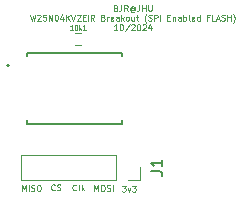
<source format=gbr>
%TF.GenerationSoftware,KiCad,Pcbnew,7.0.8*%
%TF.CreationDate,2024-10-08T21:21:09-04:00*%
%TF.ProjectId,SPIBreakout,53504942-7265-4616-9b6f-75742e6b6963,rev?*%
%TF.SameCoordinates,Original*%
%TF.FileFunction,Legend,Top*%
%TF.FilePolarity,Positive*%
%FSLAX46Y46*%
G04 Gerber Fmt 4.6, Leading zero omitted, Abs format (unit mm)*
G04 Created by KiCad (PCBNEW 7.0.8) date 2024-10-08 21:21:09*
%MOMM*%
%LPD*%
G01*
G04 APERTURE LIST*
%ADD10C,0.125000*%
%ADD11C,0.150000*%
%ADD12C,0.050000*%
%ADD13C,0.120000*%
%ADD14C,0.127000*%
%ADD15C,0.200000*%
G04 APERTURE END LIST*
D10*
X113611283Y-69472309D02*
X113611283Y-68972309D01*
X113611283Y-68972309D02*
X113777950Y-69329452D01*
X113777950Y-69329452D02*
X113944616Y-68972309D01*
X113944616Y-68972309D02*
X113944616Y-69472309D01*
X114182712Y-69472309D02*
X114182712Y-68972309D01*
X114396998Y-69448500D02*
X114468426Y-69472309D01*
X114468426Y-69472309D02*
X114587474Y-69472309D01*
X114587474Y-69472309D02*
X114635093Y-69448500D01*
X114635093Y-69448500D02*
X114658902Y-69424690D01*
X114658902Y-69424690D02*
X114682712Y-69377071D01*
X114682712Y-69377071D02*
X114682712Y-69329452D01*
X114682712Y-69329452D02*
X114658902Y-69281833D01*
X114658902Y-69281833D02*
X114635093Y-69258023D01*
X114635093Y-69258023D02*
X114587474Y-69234214D01*
X114587474Y-69234214D02*
X114492236Y-69210404D01*
X114492236Y-69210404D02*
X114444617Y-69186595D01*
X114444617Y-69186595D02*
X114420807Y-69162785D01*
X114420807Y-69162785D02*
X114396998Y-69115166D01*
X114396998Y-69115166D02*
X114396998Y-69067547D01*
X114396998Y-69067547D02*
X114420807Y-69019928D01*
X114420807Y-69019928D02*
X114444617Y-68996119D01*
X114444617Y-68996119D02*
X114492236Y-68972309D01*
X114492236Y-68972309D02*
X114611283Y-68972309D01*
X114611283Y-68972309D02*
X114682712Y-68996119D01*
X114992235Y-68972309D02*
X115087473Y-68972309D01*
X115087473Y-68972309D02*
X115135092Y-68996119D01*
X115135092Y-68996119D02*
X115182711Y-69043738D01*
X115182711Y-69043738D02*
X115206521Y-69138976D01*
X115206521Y-69138976D02*
X115206521Y-69305642D01*
X115206521Y-69305642D02*
X115182711Y-69400880D01*
X115182711Y-69400880D02*
X115135092Y-69448500D01*
X115135092Y-69448500D02*
X115087473Y-69472309D01*
X115087473Y-69472309D02*
X114992235Y-69472309D01*
X114992235Y-69472309D02*
X114944616Y-69448500D01*
X114944616Y-69448500D02*
X114896997Y-69400880D01*
X114896997Y-69400880D02*
X114873188Y-69305642D01*
X114873188Y-69305642D02*
X114873188Y-69138976D01*
X114873188Y-69138976D02*
X114896997Y-69043738D01*
X114896997Y-69043738D02*
X114944616Y-68996119D01*
X114944616Y-68996119D02*
X114992235Y-68972309D01*
X118206997Y-69394690D02*
X118183188Y-69418500D01*
X118183188Y-69418500D02*
X118111759Y-69442309D01*
X118111759Y-69442309D02*
X118064140Y-69442309D01*
X118064140Y-69442309D02*
X117992712Y-69418500D01*
X117992712Y-69418500D02*
X117945093Y-69370880D01*
X117945093Y-69370880D02*
X117921283Y-69323261D01*
X117921283Y-69323261D02*
X117897474Y-69228023D01*
X117897474Y-69228023D02*
X117897474Y-69156595D01*
X117897474Y-69156595D02*
X117921283Y-69061357D01*
X117921283Y-69061357D02*
X117945093Y-69013738D01*
X117945093Y-69013738D02*
X117992712Y-68966119D01*
X117992712Y-68966119D02*
X118064140Y-68942309D01*
X118064140Y-68942309D02*
X118111759Y-68942309D01*
X118111759Y-68942309D02*
X118183188Y-68966119D01*
X118183188Y-68966119D02*
X118206997Y-68989928D01*
X118492712Y-69442309D02*
X118445093Y-69418500D01*
X118445093Y-69418500D02*
X118421283Y-69370880D01*
X118421283Y-69370880D02*
X118421283Y-68942309D01*
X118683188Y-69442309D02*
X118683188Y-68942309D01*
X118730807Y-69251833D02*
X118873664Y-69442309D01*
X118873664Y-69108976D02*
X118683188Y-69299452D01*
X119731283Y-69472309D02*
X119731283Y-68972309D01*
X119731283Y-68972309D02*
X119897950Y-69329452D01*
X119897950Y-69329452D02*
X120064616Y-68972309D01*
X120064616Y-68972309D02*
X120064616Y-69472309D01*
X120397950Y-68972309D02*
X120493188Y-68972309D01*
X120493188Y-68972309D02*
X120540807Y-68996119D01*
X120540807Y-68996119D02*
X120588426Y-69043738D01*
X120588426Y-69043738D02*
X120612236Y-69138976D01*
X120612236Y-69138976D02*
X120612236Y-69305642D01*
X120612236Y-69305642D02*
X120588426Y-69400880D01*
X120588426Y-69400880D02*
X120540807Y-69448500D01*
X120540807Y-69448500D02*
X120493188Y-69472309D01*
X120493188Y-69472309D02*
X120397950Y-69472309D01*
X120397950Y-69472309D02*
X120350331Y-69448500D01*
X120350331Y-69448500D02*
X120302712Y-69400880D01*
X120302712Y-69400880D02*
X120278903Y-69305642D01*
X120278903Y-69305642D02*
X120278903Y-69138976D01*
X120278903Y-69138976D02*
X120302712Y-69043738D01*
X120302712Y-69043738D02*
X120350331Y-68996119D01*
X120350331Y-68996119D02*
X120397950Y-68972309D01*
X120802713Y-69448500D02*
X120874141Y-69472309D01*
X120874141Y-69472309D02*
X120993189Y-69472309D01*
X120993189Y-69472309D02*
X121040808Y-69448500D01*
X121040808Y-69448500D02*
X121064617Y-69424690D01*
X121064617Y-69424690D02*
X121088427Y-69377071D01*
X121088427Y-69377071D02*
X121088427Y-69329452D01*
X121088427Y-69329452D02*
X121064617Y-69281833D01*
X121064617Y-69281833D02*
X121040808Y-69258023D01*
X121040808Y-69258023D02*
X120993189Y-69234214D01*
X120993189Y-69234214D02*
X120897951Y-69210404D01*
X120897951Y-69210404D02*
X120850332Y-69186595D01*
X120850332Y-69186595D02*
X120826522Y-69162785D01*
X120826522Y-69162785D02*
X120802713Y-69115166D01*
X120802713Y-69115166D02*
X120802713Y-69067547D01*
X120802713Y-69067547D02*
X120826522Y-69019928D01*
X120826522Y-69019928D02*
X120850332Y-68996119D01*
X120850332Y-68996119D02*
X120897951Y-68972309D01*
X120897951Y-68972309D02*
X121016998Y-68972309D01*
X121016998Y-68972309D02*
X121088427Y-68996119D01*
X121302712Y-69472309D02*
X121302712Y-68972309D01*
X121559524Y-53987904D02*
X121630952Y-54011714D01*
X121630952Y-54011714D02*
X121654762Y-54035523D01*
X121654762Y-54035523D02*
X121678571Y-54083142D01*
X121678571Y-54083142D02*
X121678571Y-54154571D01*
X121678571Y-54154571D02*
X121654762Y-54202190D01*
X121654762Y-54202190D02*
X121630952Y-54226000D01*
X121630952Y-54226000D02*
X121583333Y-54249809D01*
X121583333Y-54249809D02*
X121392857Y-54249809D01*
X121392857Y-54249809D02*
X121392857Y-53749809D01*
X121392857Y-53749809D02*
X121559524Y-53749809D01*
X121559524Y-53749809D02*
X121607143Y-53773619D01*
X121607143Y-53773619D02*
X121630952Y-53797428D01*
X121630952Y-53797428D02*
X121654762Y-53845047D01*
X121654762Y-53845047D02*
X121654762Y-53892666D01*
X121654762Y-53892666D02*
X121630952Y-53940285D01*
X121630952Y-53940285D02*
X121607143Y-53964095D01*
X121607143Y-53964095D02*
X121559524Y-53987904D01*
X121559524Y-53987904D02*
X121392857Y-53987904D01*
X122035714Y-53749809D02*
X122035714Y-54106952D01*
X122035714Y-54106952D02*
X122011905Y-54178380D01*
X122011905Y-54178380D02*
X121964286Y-54226000D01*
X121964286Y-54226000D02*
X121892857Y-54249809D01*
X121892857Y-54249809D02*
X121845238Y-54249809D01*
X122559523Y-54249809D02*
X122392857Y-54011714D01*
X122273809Y-54249809D02*
X122273809Y-53749809D01*
X122273809Y-53749809D02*
X122464285Y-53749809D01*
X122464285Y-53749809D02*
X122511904Y-53773619D01*
X122511904Y-53773619D02*
X122535714Y-53797428D01*
X122535714Y-53797428D02*
X122559523Y-53845047D01*
X122559523Y-53845047D02*
X122559523Y-53916476D01*
X122559523Y-53916476D02*
X122535714Y-53964095D01*
X122535714Y-53964095D02*
X122511904Y-53987904D01*
X122511904Y-53987904D02*
X122464285Y-54011714D01*
X122464285Y-54011714D02*
X122273809Y-54011714D01*
X123083333Y-54011714D02*
X123059523Y-53987904D01*
X123059523Y-53987904D02*
X123011904Y-53964095D01*
X123011904Y-53964095D02*
X122964285Y-53964095D01*
X122964285Y-53964095D02*
X122916666Y-53987904D01*
X122916666Y-53987904D02*
X122892857Y-54011714D01*
X122892857Y-54011714D02*
X122869047Y-54059333D01*
X122869047Y-54059333D02*
X122869047Y-54106952D01*
X122869047Y-54106952D02*
X122892857Y-54154571D01*
X122892857Y-54154571D02*
X122916666Y-54178380D01*
X122916666Y-54178380D02*
X122964285Y-54202190D01*
X122964285Y-54202190D02*
X123011904Y-54202190D01*
X123011904Y-54202190D02*
X123059523Y-54178380D01*
X123059523Y-54178380D02*
X123083333Y-54154571D01*
X123083333Y-53964095D02*
X123083333Y-54154571D01*
X123083333Y-54154571D02*
X123107142Y-54178380D01*
X123107142Y-54178380D02*
X123130952Y-54178380D01*
X123130952Y-54178380D02*
X123178571Y-54154571D01*
X123178571Y-54154571D02*
X123202381Y-54106952D01*
X123202381Y-54106952D02*
X123202381Y-53987904D01*
X123202381Y-53987904D02*
X123154762Y-53916476D01*
X123154762Y-53916476D02*
X123083333Y-53868857D01*
X123083333Y-53868857D02*
X122988095Y-53845047D01*
X122988095Y-53845047D02*
X122892857Y-53868857D01*
X122892857Y-53868857D02*
X122821428Y-53916476D01*
X122821428Y-53916476D02*
X122773809Y-53987904D01*
X122773809Y-53987904D02*
X122750000Y-54083142D01*
X122750000Y-54083142D02*
X122773809Y-54178380D01*
X122773809Y-54178380D02*
X122821428Y-54249809D01*
X122821428Y-54249809D02*
X122892857Y-54297428D01*
X122892857Y-54297428D02*
X122988095Y-54321238D01*
X122988095Y-54321238D02*
X123083333Y-54297428D01*
X123083333Y-54297428D02*
X123154762Y-54249809D01*
X123559523Y-53749809D02*
X123559523Y-54106952D01*
X123559523Y-54106952D02*
X123535714Y-54178380D01*
X123535714Y-54178380D02*
X123488095Y-54226000D01*
X123488095Y-54226000D02*
X123416666Y-54249809D01*
X123416666Y-54249809D02*
X123369047Y-54249809D01*
X123797618Y-54249809D02*
X123797618Y-53749809D01*
X123797618Y-53987904D02*
X124083332Y-53987904D01*
X124083332Y-54249809D02*
X124083332Y-53749809D01*
X124321428Y-53749809D02*
X124321428Y-54154571D01*
X124321428Y-54154571D02*
X124345238Y-54202190D01*
X124345238Y-54202190D02*
X124369047Y-54226000D01*
X124369047Y-54226000D02*
X124416666Y-54249809D01*
X124416666Y-54249809D02*
X124511904Y-54249809D01*
X124511904Y-54249809D02*
X124559523Y-54226000D01*
X124559523Y-54226000D02*
X124583333Y-54202190D01*
X124583333Y-54202190D02*
X124607142Y-54154571D01*
X124607142Y-54154571D02*
X124607142Y-53749809D01*
X114321431Y-54554809D02*
X114440479Y-55054809D01*
X114440479Y-55054809D02*
X114535717Y-54697666D01*
X114535717Y-54697666D02*
X114630955Y-55054809D01*
X114630955Y-55054809D02*
X114750003Y-54554809D01*
X114916670Y-54602428D02*
X114940479Y-54578619D01*
X114940479Y-54578619D02*
X114988098Y-54554809D01*
X114988098Y-54554809D02*
X115107146Y-54554809D01*
X115107146Y-54554809D02*
X115154765Y-54578619D01*
X115154765Y-54578619D02*
X115178574Y-54602428D01*
X115178574Y-54602428D02*
X115202384Y-54650047D01*
X115202384Y-54650047D02*
X115202384Y-54697666D01*
X115202384Y-54697666D02*
X115178574Y-54769095D01*
X115178574Y-54769095D02*
X114892860Y-55054809D01*
X114892860Y-55054809D02*
X115202384Y-55054809D01*
X115654764Y-54554809D02*
X115416669Y-54554809D01*
X115416669Y-54554809D02*
X115392860Y-54792904D01*
X115392860Y-54792904D02*
X115416669Y-54769095D01*
X115416669Y-54769095D02*
X115464288Y-54745285D01*
X115464288Y-54745285D02*
X115583336Y-54745285D01*
X115583336Y-54745285D02*
X115630955Y-54769095D01*
X115630955Y-54769095D02*
X115654764Y-54792904D01*
X115654764Y-54792904D02*
X115678574Y-54840523D01*
X115678574Y-54840523D02*
X115678574Y-54959571D01*
X115678574Y-54959571D02*
X115654764Y-55007190D01*
X115654764Y-55007190D02*
X115630955Y-55031000D01*
X115630955Y-55031000D02*
X115583336Y-55054809D01*
X115583336Y-55054809D02*
X115464288Y-55054809D01*
X115464288Y-55054809D02*
X115416669Y-55031000D01*
X115416669Y-55031000D02*
X115392860Y-55007190D01*
X115892859Y-55054809D02*
X115892859Y-54554809D01*
X115892859Y-54554809D02*
X116178573Y-55054809D01*
X116178573Y-55054809D02*
X116178573Y-54554809D01*
X116511907Y-54554809D02*
X116559526Y-54554809D01*
X116559526Y-54554809D02*
X116607145Y-54578619D01*
X116607145Y-54578619D02*
X116630955Y-54602428D01*
X116630955Y-54602428D02*
X116654764Y-54650047D01*
X116654764Y-54650047D02*
X116678574Y-54745285D01*
X116678574Y-54745285D02*
X116678574Y-54864333D01*
X116678574Y-54864333D02*
X116654764Y-54959571D01*
X116654764Y-54959571D02*
X116630955Y-55007190D01*
X116630955Y-55007190D02*
X116607145Y-55031000D01*
X116607145Y-55031000D02*
X116559526Y-55054809D01*
X116559526Y-55054809D02*
X116511907Y-55054809D01*
X116511907Y-55054809D02*
X116464288Y-55031000D01*
X116464288Y-55031000D02*
X116440479Y-55007190D01*
X116440479Y-55007190D02*
X116416669Y-54959571D01*
X116416669Y-54959571D02*
X116392860Y-54864333D01*
X116392860Y-54864333D02*
X116392860Y-54745285D01*
X116392860Y-54745285D02*
X116416669Y-54650047D01*
X116416669Y-54650047D02*
X116440479Y-54602428D01*
X116440479Y-54602428D02*
X116464288Y-54578619D01*
X116464288Y-54578619D02*
X116511907Y-54554809D01*
X117107145Y-54721476D02*
X117107145Y-55054809D01*
X116988097Y-54531000D02*
X116869050Y-54888142D01*
X116869050Y-54888142D02*
X117178573Y-54888142D01*
X117369049Y-55054809D02*
X117369049Y-54554809D01*
X117654763Y-55054809D02*
X117440478Y-54769095D01*
X117654763Y-54554809D02*
X117369049Y-54840523D01*
X117797621Y-54554809D02*
X117964287Y-55054809D01*
X117964287Y-55054809D02*
X118130954Y-54554809D01*
X118250001Y-54554809D02*
X118583334Y-54554809D01*
X118583334Y-54554809D02*
X118250001Y-55054809D01*
X118250001Y-55054809D02*
X118583334Y-55054809D01*
X118773810Y-54792904D02*
X118940477Y-54792904D01*
X119011905Y-55054809D02*
X118773810Y-55054809D01*
X118773810Y-55054809D02*
X118773810Y-54554809D01*
X118773810Y-54554809D02*
X119011905Y-54554809D01*
X119226191Y-55054809D02*
X119226191Y-54554809D01*
X119750000Y-55054809D02*
X119583334Y-54816714D01*
X119464286Y-55054809D02*
X119464286Y-54554809D01*
X119464286Y-54554809D02*
X119654762Y-54554809D01*
X119654762Y-54554809D02*
X119702381Y-54578619D01*
X119702381Y-54578619D02*
X119726191Y-54602428D01*
X119726191Y-54602428D02*
X119750000Y-54650047D01*
X119750000Y-54650047D02*
X119750000Y-54721476D01*
X119750000Y-54721476D02*
X119726191Y-54769095D01*
X119726191Y-54769095D02*
X119702381Y-54792904D01*
X119702381Y-54792904D02*
X119654762Y-54816714D01*
X119654762Y-54816714D02*
X119464286Y-54816714D01*
X120511905Y-54792904D02*
X120583333Y-54816714D01*
X120583333Y-54816714D02*
X120607143Y-54840523D01*
X120607143Y-54840523D02*
X120630952Y-54888142D01*
X120630952Y-54888142D02*
X120630952Y-54959571D01*
X120630952Y-54959571D02*
X120607143Y-55007190D01*
X120607143Y-55007190D02*
X120583333Y-55031000D01*
X120583333Y-55031000D02*
X120535714Y-55054809D01*
X120535714Y-55054809D02*
X120345238Y-55054809D01*
X120345238Y-55054809D02*
X120345238Y-54554809D01*
X120345238Y-54554809D02*
X120511905Y-54554809D01*
X120511905Y-54554809D02*
X120559524Y-54578619D01*
X120559524Y-54578619D02*
X120583333Y-54602428D01*
X120583333Y-54602428D02*
X120607143Y-54650047D01*
X120607143Y-54650047D02*
X120607143Y-54697666D01*
X120607143Y-54697666D02*
X120583333Y-54745285D01*
X120583333Y-54745285D02*
X120559524Y-54769095D01*
X120559524Y-54769095D02*
X120511905Y-54792904D01*
X120511905Y-54792904D02*
X120345238Y-54792904D01*
X120845238Y-55054809D02*
X120845238Y-54721476D01*
X120845238Y-54816714D02*
X120869048Y-54769095D01*
X120869048Y-54769095D02*
X120892857Y-54745285D01*
X120892857Y-54745285D02*
X120940476Y-54721476D01*
X120940476Y-54721476D02*
X120988095Y-54721476D01*
X121345238Y-55031000D02*
X121297619Y-55054809D01*
X121297619Y-55054809D02*
X121202381Y-55054809D01*
X121202381Y-55054809D02*
X121154762Y-55031000D01*
X121154762Y-55031000D02*
X121130953Y-54983380D01*
X121130953Y-54983380D02*
X121130953Y-54792904D01*
X121130953Y-54792904D02*
X121154762Y-54745285D01*
X121154762Y-54745285D02*
X121202381Y-54721476D01*
X121202381Y-54721476D02*
X121297619Y-54721476D01*
X121297619Y-54721476D02*
X121345238Y-54745285D01*
X121345238Y-54745285D02*
X121369048Y-54792904D01*
X121369048Y-54792904D02*
X121369048Y-54840523D01*
X121369048Y-54840523D02*
X121130953Y-54888142D01*
X121797619Y-55054809D02*
X121797619Y-54792904D01*
X121797619Y-54792904D02*
X121773809Y-54745285D01*
X121773809Y-54745285D02*
X121726190Y-54721476D01*
X121726190Y-54721476D02*
X121630952Y-54721476D01*
X121630952Y-54721476D02*
X121583333Y-54745285D01*
X121797619Y-55031000D02*
X121750000Y-55054809D01*
X121750000Y-55054809D02*
X121630952Y-55054809D01*
X121630952Y-55054809D02*
X121583333Y-55031000D01*
X121583333Y-55031000D02*
X121559524Y-54983380D01*
X121559524Y-54983380D02*
X121559524Y-54935761D01*
X121559524Y-54935761D02*
X121583333Y-54888142D01*
X121583333Y-54888142D02*
X121630952Y-54864333D01*
X121630952Y-54864333D02*
X121750000Y-54864333D01*
X121750000Y-54864333D02*
X121797619Y-54840523D01*
X122035714Y-55054809D02*
X122035714Y-54554809D01*
X122083333Y-54864333D02*
X122226190Y-55054809D01*
X122226190Y-54721476D02*
X122035714Y-54911952D01*
X122511905Y-55054809D02*
X122464286Y-55031000D01*
X122464286Y-55031000D02*
X122440476Y-55007190D01*
X122440476Y-55007190D02*
X122416667Y-54959571D01*
X122416667Y-54959571D02*
X122416667Y-54816714D01*
X122416667Y-54816714D02*
X122440476Y-54769095D01*
X122440476Y-54769095D02*
X122464286Y-54745285D01*
X122464286Y-54745285D02*
X122511905Y-54721476D01*
X122511905Y-54721476D02*
X122583333Y-54721476D01*
X122583333Y-54721476D02*
X122630952Y-54745285D01*
X122630952Y-54745285D02*
X122654762Y-54769095D01*
X122654762Y-54769095D02*
X122678571Y-54816714D01*
X122678571Y-54816714D02*
X122678571Y-54959571D01*
X122678571Y-54959571D02*
X122654762Y-55007190D01*
X122654762Y-55007190D02*
X122630952Y-55031000D01*
X122630952Y-55031000D02*
X122583333Y-55054809D01*
X122583333Y-55054809D02*
X122511905Y-55054809D01*
X123107143Y-54721476D02*
X123107143Y-55054809D01*
X122892857Y-54721476D02*
X122892857Y-54983380D01*
X122892857Y-54983380D02*
X122916667Y-55031000D01*
X122916667Y-55031000D02*
X122964286Y-55054809D01*
X122964286Y-55054809D02*
X123035714Y-55054809D01*
X123035714Y-55054809D02*
X123083333Y-55031000D01*
X123083333Y-55031000D02*
X123107143Y-55007190D01*
X123273810Y-54721476D02*
X123464286Y-54721476D01*
X123345238Y-54554809D02*
X123345238Y-54983380D01*
X123345238Y-54983380D02*
X123369048Y-55031000D01*
X123369048Y-55031000D02*
X123416667Y-55054809D01*
X123416667Y-55054809D02*
X123464286Y-55054809D01*
X124154761Y-55245285D02*
X124130952Y-55221476D01*
X124130952Y-55221476D02*
X124083333Y-55150047D01*
X124083333Y-55150047D02*
X124059523Y-55102428D01*
X124059523Y-55102428D02*
X124035714Y-55031000D01*
X124035714Y-55031000D02*
X124011904Y-54911952D01*
X124011904Y-54911952D02*
X124011904Y-54816714D01*
X124011904Y-54816714D02*
X124035714Y-54697666D01*
X124035714Y-54697666D02*
X124059523Y-54626238D01*
X124059523Y-54626238D02*
X124083333Y-54578619D01*
X124083333Y-54578619D02*
X124130952Y-54507190D01*
X124130952Y-54507190D02*
X124154761Y-54483380D01*
X124321428Y-55031000D02*
X124392856Y-55054809D01*
X124392856Y-55054809D02*
X124511904Y-55054809D01*
X124511904Y-55054809D02*
X124559523Y-55031000D01*
X124559523Y-55031000D02*
X124583332Y-55007190D01*
X124583332Y-55007190D02*
X124607142Y-54959571D01*
X124607142Y-54959571D02*
X124607142Y-54911952D01*
X124607142Y-54911952D02*
X124583332Y-54864333D01*
X124583332Y-54864333D02*
X124559523Y-54840523D01*
X124559523Y-54840523D02*
X124511904Y-54816714D01*
X124511904Y-54816714D02*
X124416666Y-54792904D01*
X124416666Y-54792904D02*
X124369047Y-54769095D01*
X124369047Y-54769095D02*
X124345237Y-54745285D01*
X124345237Y-54745285D02*
X124321428Y-54697666D01*
X124321428Y-54697666D02*
X124321428Y-54650047D01*
X124321428Y-54650047D02*
X124345237Y-54602428D01*
X124345237Y-54602428D02*
X124369047Y-54578619D01*
X124369047Y-54578619D02*
X124416666Y-54554809D01*
X124416666Y-54554809D02*
X124535713Y-54554809D01*
X124535713Y-54554809D02*
X124607142Y-54578619D01*
X124821427Y-55054809D02*
X124821427Y-54554809D01*
X124821427Y-54554809D02*
X125011903Y-54554809D01*
X125011903Y-54554809D02*
X125059522Y-54578619D01*
X125059522Y-54578619D02*
X125083332Y-54602428D01*
X125083332Y-54602428D02*
X125107141Y-54650047D01*
X125107141Y-54650047D02*
X125107141Y-54721476D01*
X125107141Y-54721476D02*
X125083332Y-54769095D01*
X125083332Y-54769095D02*
X125059522Y-54792904D01*
X125059522Y-54792904D02*
X125011903Y-54816714D01*
X125011903Y-54816714D02*
X124821427Y-54816714D01*
X125321427Y-55054809D02*
X125321427Y-54554809D01*
X125940474Y-54792904D02*
X126107141Y-54792904D01*
X126178569Y-55054809D02*
X125940474Y-55054809D01*
X125940474Y-55054809D02*
X125940474Y-54554809D01*
X125940474Y-54554809D02*
X126178569Y-54554809D01*
X126392855Y-54721476D02*
X126392855Y-55054809D01*
X126392855Y-54769095D02*
X126416665Y-54745285D01*
X126416665Y-54745285D02*
X126464284Y-54721476D01*
X126464284Y-54721476D02*
X126535712Y-54721476D01*
X126535712Y-54721476D02*
X126583331Y-54745285D01*
X126583331Y-54745285D02*
X126607141Y-54792904D01*
X126607141Y-54792904D02*
X126607141Y-55054809D01*
X127059522Y-55054809D02*
X127059522Y-54792904D01*
X127059522Y-54792904D02*
X127035712Y-54745285D01*
X127035712Y-54745285D02*
X126988093Y-54721476D01*
X126988093Y-54721476D02*
X126892855Y-54721476D01*
X126892855Y-54721476D02*
X126845236Y-54745285D01*
X127059522Y-55031000D02*
X127011903Y-55054809D01*
X127011903Y-55054809D02*
X126892855Y-55054809D01*
X126892855Y-55054809D02*
X126845236Y-55031000D01*
X126845236Y-55031000D02*
X126821427Y-54983380D01*
X126821427Y-54983380D02*
X126821427Y-54935761D01*
X126821427Y-54935761D02*
X126845236Y-54888142D01*
X126845236Y-54888142D02*
X126892855Y-54864333D01*
X126892855Y-54864333D02*
X127011903Y-54864333D01*
X127011903Y-54864333D02*
X127059522Y-54840523D01*
X127297617Y-55054809D02*
X127297617Y-54554809D01*
X127297617Y-54745285D02*
X127345236Y-54721476D01*
X127345236Y-54721476D02*
X127440474Y-54721476D01*
X127440474Y-54721476D02*
X127488093Y-54745285D01*
X127488093Y-54745285D02*
X127511903Y-54769095D01*
X127511903Y-54769095D02*
X127535712Y-54816714D01*
X127535712Y-54816714D02*
X127535712Y-54959571D01*
X127535712Y-54959571D02*
X127511903Y-55007190D01*
X127511903Y-55007190D02*
X127488093Y-55031000D01*
X127488093Y-55031000D02*
X127440474Y-55054809D01*
X127440474Y-55054809D02*
X127345236Y-55054809D01*
X127345236Y-55054809D02*
X127297617Y-55031000D01*
X127821427Y-55054809D02*
X127773808Y-55031000D01*
X127773808Y-55031000D02*
X127749998Y-54983380D01*
X127749998Y-54983380D02*
X127749998Y-54554809D01*
X128202379Y-55031000D02*
X128154760Y-55054809D01*
X128154760Y-55054809D02*
X128059522Y-55054809D01*
X128059522Y-55054809D02*
X128011903Y-55031000D01*
X128011903Y-55031000D02*
X127988094Y-54983380D01*
X127988094Y-54983380D02*
X127988094Y-54792904D01*
X127988094Y-54792904D02*
X128011903Y-54745285D01*
X128011903Y-54745285D02*
X128059522Y-54721476D01*
X128059522Y-54721476D02*
X128154760Y-54721476D01*
X128154760Y-54721476D02*
X128202379Y-54745285D01*
X128202379Y-54745285D02*
X128226189Y-54792904D01*
X128226189Y-54792904D02*
X128226189Y-54840523D01*
X128226189Y-54840523D02*
X127988094Y-54888142D01*
X128654760Y-55054809D02*
X128654760Y-54554809D01*
X128654760Y-55031000D02*
X128607141Y-55054809D01*
X128607141Y-55054809D02*
X128511903Y-55054809D01*
X128511903Y-55054809D02*
X128464284Y-55031000D01*
X128464284Y-55031000D02*
X128440474Y-55007190D01*
X128440474Y-55007190D02*
X128416665Y-54959571D01*
X128416665Y-54959571D02*
X128416665Y-54816714D01*
X128416665Y-54816714D02*
X128440474Y-54769095D01*
X128440474Y-54769095D02*
X128464284Y-54745285D01*
X128464284Y-54745285D02*
X128511903Y-54721476D01*
X128511903Y-54721476D02*
X128607141Y-54721476D01*
X128607141Y-54721476D02*
X128654760Y-54745285D01*
X129440474Y-54792904D02*
X129273807Y-54792904D01*
X129273807Y-55054809D02*
X129273807Y-54554809D01*
X129273807Y-54554809D02*
X129511902Y-54554809D01*
X129940473Y-55054809D02*
X129702378Y-55054809D01*
X129702378Y-55054809D02*
X129702378Y-54554809D01*
X130083331Y-54911952D02*
X130321426Y-54911952D01*
X130035712Y-55054809D02*
X130202378Y-54554809D01*
X130202378Y-54554809D02*
X130369045Y-55054809D01*
X130511902Y-55031000D02*
X130583330Y-55054809D01*
X130583330Y-55054809D02*
X130702378Y-55054809D01*
X130702378Y-55054809D02*
X130749997Y-55031000D01*
X130749997Y-55031000D02*
X130773806Y-55007190D01*
X130773806Y-55007190D02*
X130797616Y-54959571D01*
X130797616Y-54959571D02*
X130797616Y-54911952D01*
X130797616Y-54911952D02*
X130773806Y-54864333D01*
X130773806Y-54864333D02*
X130749997Y-54840523D01*
X130749997Y-54840523D02*
X130702378Y-54816714D01*
X130702378Y-54816714D02*
X130607140Y-54792904D01*
X130607140Y-54792904D02*
X130559521Y-54769095D01*
X130559521Y-54769095D02*
X130535711Y-54745285D01*
X130535711Y-54745285D02*
X130511902Y-54697666D01*
X130511902Y-54697666D02*
X130511902Y-54650047D01*
X130511902Y-54650047D02*
X130535711Y-54602428D01*
X130535711Y-54602428D02*
X130559521Y-54578619D01*
X130559521Y-54578619D02*
X130607140Y-54554809D01*
X130607140Y-54554809D02*
X130726187Y-54554809D01*
X130726187Y-54554809D02*
X130797616Y-54578619D01*
X131011901Y-55054809D02*
X131011901Y-54554809D01*
X131011901Y-54792904D02*
X131297615Y-54792904D01*
X131297615Y-55054809D02*
X131297615Y-54554809D01*
X131488092Y-55245285D02*
X131511902Y-55221476D01*
X131511902Y-55221476D02*
X131559521Y-55150047D01*
X131559521Y-55150047D02*
X131583330Y-55102428D01*
X131583330Y-55102428D02*
X131607140Y-55031000D01*
X131607140Y-55031000D02*
X131630949Y-54911952D01*
X131630949Y-54911952D02*
X131630949Y-54816714D01*
X131630949Y-54816714D02*
X131607140Y-54697666D01*
X131607140Y-54697666D02*
X131583330Y-54626238D01*
X131583330Y-54626238D02*
X131559521Y-54578619D01*
X131559521Y-54578619D02*
X131511902Y-54507190D01*
X131511902Y-54507190D02*
X131488092Y-54483380D01*
X121690477Y-55859809D02*
X121404763Y-55859809D01*
X121547620Y-55859809D02*
X121547620Y-55359809D01*
X121547620Y-55359809D02*
X121500001Y-55431238D01*
X121500001Y-55431238D02*
X121452382Y-55478857D01*
X121452382Y-55478857D02*
X121404763Y-55502666D01*
X122000000Y-55359809D02*
X122047619Y-55359809D01*
X122047619Y-55359809D02*
X122095238Y-55383619D01*
X122095238Y-55383619D02*
X122119048Y-55407428D01*
X122119048Y-55407428D02*
X122142857Y-55455047D01*
X122142857Y-55455047D02*
X122166667Y-55550285D01*
X122166667Y-55550285D02*
X122166667Y-55669333D01*
X122166667Y-55669333D02*
X122142857Y-55764571D01*
X122142857Y-55764571D02*
X122119048Y-55812190D01*
X122119048Y-55812190D02*
X122095238Y-55836000D01*
X122095238Y-55836000D02*
X122047619Y-55859809D01*
X122047619Y-55859809D02*
X122000000Y-55859809D01*
X122000000Y-55859809D02*
X121952381Y-55836000D01*
X121952381Y-55836000D02*
X121928572Y-55812190D01*
X121928572Y-55812190D02*
X121904762Y-55764571D01*
X121904762Y-55764571D02*
X121880953Y-55669333D01*
X121880953Y-55669333D02*
X121880953Y-55550285D01*
X121880953Y-55550285D02*
X121904762Y-55455047D01*
X121904762Y-55455047D02*
X121928572Y-55407428D01*
X121928572Y-55407428D02*
X121952381Y-55383619D01*
X121952381Y-55383619D02*
X122000000Y-55359809D01*
X122738095Y-55336000D02*
X122309524Y-55978857D01*
X122880953Y-55407428D02*
X122904762Y-55383619D01*
X122904762Y-55383619D02*
X122952381Y-55359809D01*
X122952381Y-55359809D02*
X123071429Y-55359809D01*
X123071429Y-55359809D02*
X123119048Y-55383619D01*
X123119048Y-55383619D02*
X123142857Y-55407428D01*
X123142857Y-55407428D02*
X123166667Y-55455047D01*
X123166667Y-55455047D02*
X123166667Y-55502666D01*
X123166667Y-55502666D02*
X123142857Y-55574095D01*
X123142857Y-55574095D02*
X122857143Y-55859809D01*
X122857143Y-55859809D02*
X123166667Y-55859809D01*
X123476190Y-55359809D02*
X123523809Y-55359809D01*
X123523809Y-55359809D02*
X123571428Y-55383619D01*
X123571428Y-55383619D02*
X123595238Y-55407428D01*
X123595238Y-55407428D02*
X123619047Y-55455047D01*
X123619047Y-55455047D02*
X123642857Y-55550285D01*
X123642857Y-55550285D02*
X123642857Y-55669333D01*
X123642857Y-55669333D02*
X123619047Y-55764571D01*
X123619047Y-55764571D02*
X123595238Y-55812190D01*
X123595238Y-55812190D02*
X123571428Y-55836000D01*
X123571428Y-55836000D02*
X123523809Y-55859809D01*
X123523809Y-55859809D02*
X123476190Y-55859809D01*
X123476190Y-55859809D02*
X123428571Y-55836000D01*
X123428571Y-55836000D02*
X123404762Y-55812190D01*
X123404762Y-55812190D02*
X123380952Y-55764571D01*
X123380952Y-55764571D02*
X123357143Y-55669333D01*
X123357143Y-55669333D02*
X123357143Y-55550285D01*
X123357143Y-55550285D02*
X123380952Y-55455047D01*
X123380952Y-55455047D02*
X123404762Y-55407428D01*
X123404762Y-55407428D02*
X123428571Y-55383619D01*
X123428571Y-55383619D02*
X123476190Y-55359809D01*
X123833333Y-55407428D02*
X123857142Y-55383619D01*
X123857142Y-55383619D02*
X123904761Y-55359809D01*
X123904761Y-55359809D02*
X124023809Y-55359809D01*
X124023809Y-55359809D02*
X124071428Y-55383619D01*
X124071428Y-55383619D02*
X124095237Y-55407428D01*
X124095237Y-55407428D02*
X124119047Y-55455047D01*
X124119047Y-55455047D02*
X124119047Y-55502666D01*
X124119047Y-55502666D02*
X124095237Y-55574095D01*
X124095237Y-55574095D02*
X123809523Y-55859809D01*
X123809523Y-55859809D02*
X124119047Y-55859809D01*
X124547618Y-55526476D02*
X124547618Y-55859809D01*
X124428570Y-55336000D02*
X124309523Y-55693142D01*
X124309523Y-55693142D02*
X124619046Y-55693142D01*
X116396997Y-69364690D02*
X116373188Y-69388500D01*
X116373188Y-69388500D02*
X116301759Y-69412309D01*
X116301759Y-69412309D02*
X116254140Y-69412309D01*
X116254140Y-69412309D02*
X116182712Y-69388500D01*
X116182712Y-69388500D02*
X116135093Y-69340880D01*
X116135093Y-69340880D02*
X116111283Y-69293261D01*
X116111283Y-69293261D02*
X116087474Y-69198023D01*
X116087474Y-69198023D02*
X116087474Y-69126595D01*
X116087474Y-69126595D02*
X116111283Y-69031357D01*
X116111283Y-69031357D02*
X116135093Y-68983738D01*
X116135093Y-68983738D02*
X116182712Y-68936119D01*
X116182712Y-68936119D02*
X116254140Y-68912309D01*
X116254140Y-68912309D02*
X116301759Y-68912309D01*
X116301759Y-68912309D02*
X116373188Y-68936119D01*
X116373188Y-68936119D02*
X116396997Y-68959928D01*
X116587474Y-69388500D02*
X116658902Y-69412309D01*
X116658902Y-69412309D02*
X116777950Y-69412309D01*
X116777950Y-69412309D02*
X116825569Y-69388500D01*
X116825569Y-69388500D02*
X116849378Y-69364690D01*
X116849378Y-69364690D02*
X116873188Y-69317071D01*
X116873188Y-69317071D02*
X116873188Y-69269452D01*
X116873188Y-69269452D02*
X116849378Y-69221833D01*
X116849378Y-69221833D02*
X116825569Y-69198023D01*
X116825569Y-69198023D02*
X116777950Y-69174214D01*
X116777950Y-69174214D02*
X116682712Y-69150404D01*
X116682712Y-69150404D02*
X116635093Y-69126595D01*
X116635093Y-69126595D02*
X116611283Y-69102785D01*
X116611283Y-69102785D02*
X116587474Y-69055166D01*
X116587474Y-69055166D02*
X116587474Y-69007547D01*
X116587474Y-69007547D02*
X116611283Y-68959928D01*
X116611283Y-68959928D02*
X116635093Y-68936119D01*
X116635093Y-68936119D02*
X116682712Y-68912309D01*
X116682712Y-68912309D02*
X116801759Y-68912309D01*
X116801759Y-68912309D02*
X116873188Y-68936119D01*
X122083664Y-69032309D02*
X122393188Y-69032309D01*
X122393188Y-69032309D02*
X122226521Y-69222785D01*
X122226521Y-69222785D02*
X122297950Y-69222785D01*
X122297950Y-69222785D02*
X122345569Y-69246595D01*
X122345569Y-69246595D02*
X122369378Y-69270404D01*
X122369378Y-69270404D02*
X122393188Y-69318023D01*
X122393188Y-69318023D02*
X122393188Y-69437071D01*
X122393188Y-69437071D02*
X122369378Y-69484690D01*
X122369378Y-69484690D02*
X122345569Y-69508500D01*
X122345569Y-69508500D02*
X122297950Y-69532309D01*
X122297950Y-69532309D02*
X122155093Y-69532309D01*
X122155093Y-69532309D02*
X122107474Y-69508500D01*
X122107474Y-69508500D02*
X122083664Y-69484690D01*
X122559854Y-69198976D02*
X122678902Y-69532309D01*
X122678902Y-69532309D02*
X122797949Y-69198976D01*
X122940806Y-69032309D02*
X123250330Y-69032309D01*
X123250330Y-69032309D02*
X123083663Y-69222785D01*
X123083663Y-69222785D02*
X123155092Y-69222785D01*
X123155092Y-69222785D02*
X123202711Y-69246595D01*
X123202711Y-69246595D02*
X123226520Y-69270404D01*
X123226520Y-69270404D02*
X123250330Y-69318023D01*
X123250330Y-69318023D02*
X123250330Y-69437071D01*
X123250330Y-69437071D02*
X123226520Y-69484690D01*
X123226520Y-69484690D02*
X123202711Y-69508500D01*
X123202711Y-69508500D02*
X123155092Y-69532309D01*
X123155092Y-69532309D02*
X123012235Y-69532309D01*
X123012235Y-69532309D02*
X122964616Y-69508500D01*
X122964616Y-69508500D02*
X122940806Y-69484690D01*
D11*
X124514819Y-67823333D02*
X125229104Y-67823333D01*
X125229104Y-67823333D02*
X125371961Y-67870952D01*
X125371961Y-67870952D02*
X125467200Y-67966190D01*
X125467200Y-67966190D02*
X125514819Y-68109047D01*
X125514819Y-68109047D02*
X125514819Y-68204285D01*
X125514819Y-66823333D02*
X125514819Y-67394761D01*
X125514819Y-67109047D02*
X124514819Y-67109047D01*
X124514819Y-67109047D02*
X124657676Y-67204285D01*
X124657676Y-67204285D02*
X124752914Y-67299523D01*
X124752914Y-67299523D02*
X124800533Y-67394761D01*
D12*
X117941428Y-55842447D02*
X117712857Y-55842447D01*
X117827143Y-55842447D02*
X117827143Y-55442447D01*
X117827143Y-55442447D02*
X117789047Y-55499590D01*
X117789047Y-55499590D02*
X117750952Y-55537685D01*
X117750952Y-55537685D02*
X117712857Y-55556733D01*
X118189047Y-55442447D02*
X118227142Y-55442447D01*
X118227142Y-55442447D02*
X118265238Y-55461495D01*
X118265238Y-55461495D02*
X118284285Y-55480542D01*
X118284285Y-55480542D02*
X118303333Y-55518638D01*
X118303333Y-55518638D02*
X118322380Y-55594828D01*
X118322380Y-55594828D02*
X118322380Y-55690066D01*
X118322380Y-55690066D02*
X118303333Y-55766257D01*
X118303333Y-55766257D02*
X118284285Y-55804352D01*
X118284285Y-55804352D02*
X118265238Y-55823400D01*
X118265238Y-55823400D02*
X118227142Y-55842447D01*
X118227142Y-55842447D02*
X118189047Y-55842447D01*
X118189047Y-55842447D02*
X118150952Y-55823400D01*
X118150952Y-55823400D02*
X118131904Y-55804352D01*
X118131904Y-55804352D02*
X118112857Y-55766257D01*
X118112857Y-55766257D02*
X118093809Y-55690066D01*
X118093809Y-55690066D02*
X118093809Y-55594828D01*
X118093809Y-55594828D02*
X118112857Y-55518638D01*
X118112857Y-55518638D02*
X118131904Y-55480542D01*
X118131904Y-55480542D02*
X118150952Y-55461495D01*
X118150952Y-55461495D02*
X118189047Y-55442447D01*
X118493809Y-55842447D02*
X118493809Y-55442447D01*
X118531904Y-55690066D02*
X118646190Y-55842447D01*
X118646190Y-55575780D02*
X118493809Y-55728161D01*
X119027142Y-55842447D02*
X118798571Y-55842447D01*
X118912857Y-55842447D02*
X118912857Y-55442447D01*
X118912857Y-55442447D02*
X118874761Y-55499590D01*
X118874761Y-55499590D02*
X118836666Y-55537685D01*
X118836666Y-55537685D02*
X118798571Y-55556733D01*
D13*
%TO.C,J1*%
X121560000Y-66430000D02*
X113500000Y-66430000D01*
X121560000Y-66430000D02*
X121560000Y-68550000D01*
X113500000Y-66430000D02*
X113500000Y-68550000D01*
X123620000Y-67490000D02*
X123620000Y-68550000D01*
X123620000Y-68550000D02*
X122560000Y-68550000D01*
X121560000Y-68550000D02*
X113500000Y-68550000D01*
D14*
%TO.C,F1*%
X114090000Y-57775000D02*
X122090000Y-57775000D01*
X114090000Y-58075000D02*
X114090000Y-57775000D01*
X114090000Y-63775000D02*
X114090000Y-63475000D01*
X122090000Y-57775000D02*
X122090000Y-58075000D01*
X122090000Y-63775000D02*
X114090000Y-63775000D01*
X122090000Y-63775000D02*
X122090000Y-63475000D01*
D15*
X112550000Y-58870000D02*
G75*
G03*
X112550000Y-58870000I-100000J0D01*
G01*
D13*
%TO.C,10k1*%
X118127742Y-56107500D02*
X118602258Y-56107500D01*
X118127742Y-57152500D02*
X118602258Y-57152500D01*
%TD*%
M02*

</source>
